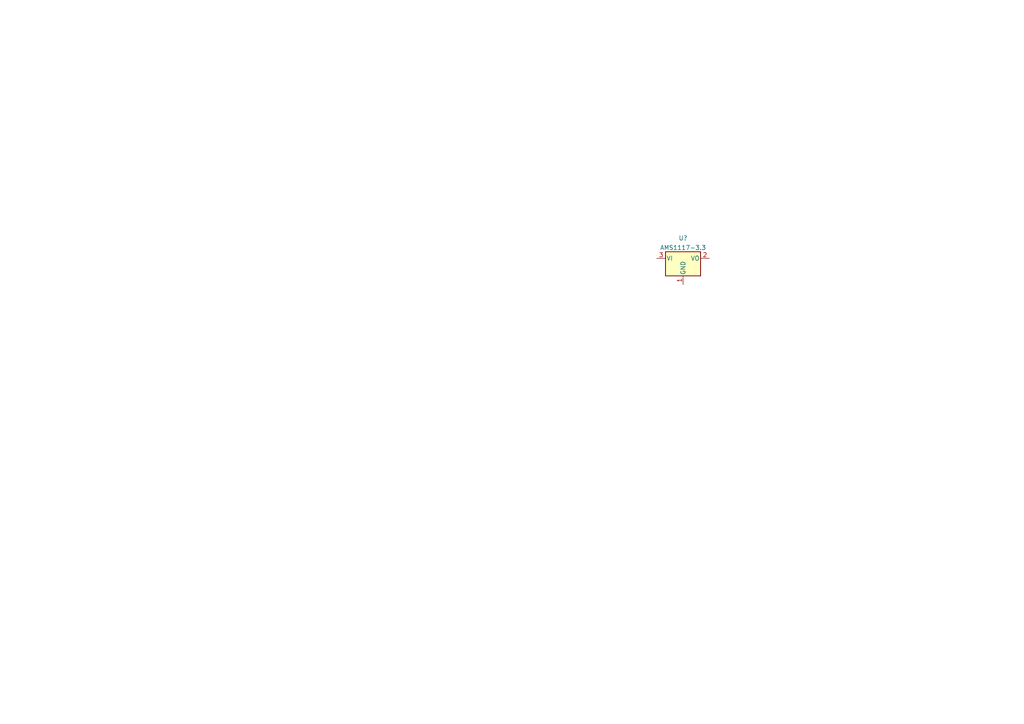
<source format=kicad_sch>
(kicad_sch (version 20211123) (generator eeschema)
  (paper "A4")
  (lib_symbols
    (symbol "Regulator_Linear:AMS1117-3.3" (pin_names (offset 0.254))
      (property "Reference" "U" (at -3.81 3.175 0))
      (property "Value" "AMS1117-3.3" (at 0 3.175 0))
      (symbol "AMS1117-3.3_0_1"
        (rectangle (start -5.08 -5.08) (end 5.08 1.905) (stroke (width 0.254)) (fill (type background)))
      )
      (symbol "AMS1117-3.3_1_1"
        (pin power_in line (at 0 -7.62 90) (length 2.54) (name "GND") (number "1"))
        (pin power_out line (at 7.62 0 180) (length 2.54) (name "VO") (number "2"))
        (pin power_in line (at -7.62 0 0) (length 2.54) (name "VI") (number "3"))
      )
    )
  )
  (symbol (lib_id "Regulator_Linear:AMS1117-3.3") (at 198.12 74.93 0) (unit 1)
    (property "Reference" "U?" (at 198.12 69.0585 0))
    (property "Value" "AMS1117-3.3" (at 198.12 71.8336 0))
    (property "Footprint" "Package_TO_SOT_SMD:SOT-223-3_TabPin2" (effects hide))
    (property "Datasheet" "http://www.advanced-monolithic.com/pdf/ds1117.pdf" (effects hide))
  )
)
</source>
